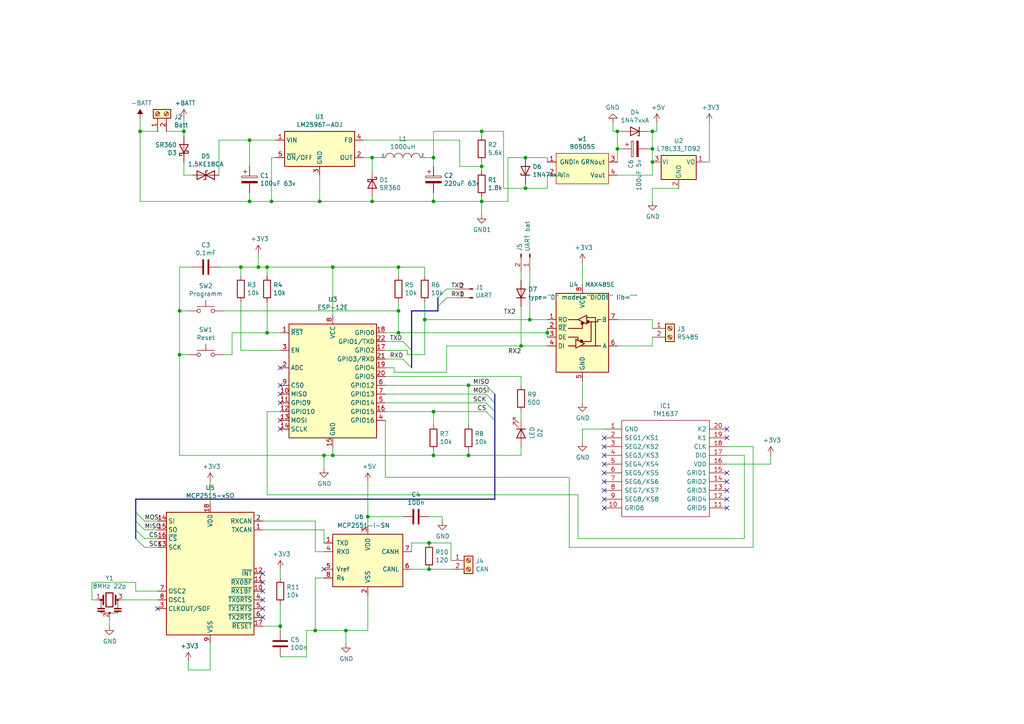
<source format=kicad_sch>
(kicad_sch (version 20211123) (generator eeschema)
  (paper "A4")
  (lib_symbols
    (symbol "Connector:Conn_01x02_Male" (pin_names (offset 1.016) hide)
      (property "Reference" "J" (at 0 2.54 0))
      (property "Value" "Conn_01x02_Male" (at 0 -5.08 0))
      (symbol "Conn_01x02_Male_1_1"
        (polyline (pts (xy 1.27 -2.54) (xy 0.8636 -2.54)) (stroke (width 0.1524)))
        (polyline (pts (xy 1.27 0) (xy 0.8636 0)) (stroke (width 0.1524)))
        (rectangle (start 0.8636 -2.413) (end 0 -2.667) (stroke (width 0.1524)) (fill (type outline)))
        (rectangle (start 0.8636 0.127) (end 0 -0.127) (stroke (width 0.1524)) (fill (type outline)))
        (pin passive line (at 5.08 0 180) (length 3.81) (name "Pin_1") (number "1"))
        (pin passive line (at 5.08 -2.54 180) (length 3.81) (name "Pin_2") (number "2"))
      )
    )
    (symbol "Connector:Screw_Terminal_01x02" (pin_names (offset 1.016) hide)
      (property "Reference" "J" (at 0 2.54 0))
      (property "Value" "Screw_Terminal_01x02" (at 0 -5.08 0))
      (symbol "Screw_Terminal_01x02_1_1"
        (rectangle (start -1.27 1.27) (end 1.27 -3.81) (stroke (width 0.254)) (fill (type background)))
        (circle (center 0 -2.54) (radius 0.635) (stroke (width 0.1524)))
        (polyline (pts (xy -0.5334 -2.2098) (xy 0.3302 -3.048)) (stroke (width 0.1524)))
        (polyline (pts (xy -0.5334 0.3302) (xy 0.3302 -0.508)) (stroke (width 0.1524)))
        (polyline (pts (xy -0.3556 -2.032) (xy 0.508 -2.8702)) (stroke (width 0.1524)))
        (polyline (pts (xy -0.3556 0.508) (xy 0.508 -0.3302)) (stroke (width 0.1524)))
        (circle (center 0 0) (radius 0.635) (stroke (width 0.1524)))
        (pin passive line (at -5.08 0 0) (length 3.81) (name "Pin_1") (number "1"))
        (pin passive line (at -5.08 -2.54 0) (length 3.81) (name "Pin_2") (number "2"))
      )
    )
    (symbol "Converter_DCDC:B0505S" (pin_names (offset 1.016))
      (property "Reference" "w1" (at 6.35 0 0))
      (property "Value" "B0505S" (at 0 0 0))
      (symbol "B0505S_0_1"
        (rectangle (start 7.62 -1.27) (end -7.62 -10.16) (fill (type background)))
      )
      (symbol "B0505S_1_1"
        (pin power_in line (at -10.16 -3.81 0) (length 2.54) (name "GNDin") (number "1"))
        (pin power_in line (at -10.16 -7.62 0) (length 2.54) (name "Vin") (number "2"))
        (pin power_out line (at 10.16 -3.81 180) (length 2.54) (name "GRNout") (number "3"))
        (pin power_out line (at 10.16 -7.62 180) (length 2.54) (name "Vout") (number "4"))
      )
    )
    (symbol "Device:C" (pin_numbers hide) (pin_names (offset 0.254))
      (property "Reference" "C" (at 0.635 2.54 0))
      (property "Value" "C" (at 0.635 -2.54 0))
      (symbol "C_0_1"
        (polyline (pts (xy -2.032 -0.762) (xy 2.032 -0.762)) (stroke (width 0.508)))
        (polyline (pts (xy -2.032 0.762) (xy 2.032 0.762)) (stroke (width 0.508)))
      )
      (symbol "C_1_1"
        (pin passive line (at 0 3.81 270) (length 2.794) (name "~") (number "1"))
        (pin passive line (at 0 -3.81 90) (length 2.794) (name "~") (number "2"))
      )
    )
    (symbol "Device:LED" (pin_numbers hide) (pin_names (offset 1.016) hide)
      (property "Reference" "D" (at 0 2.54 0))
      (property "Value" "LED" (at 0 -2.54 0))
      (symbol "LED_0_1"
        (polyline (pts (xy -1.27 -1.27) (xy -1.27 1.27)) (stroke (width 0.254)))
        (polyline (pts (xy -1.27 0) (xy 1.27 0)))
        (polyline (pts (xy 1.27 -1.27) (xy 1.27 1.27) (xy -1.27 0) (xy 1.27 -1.27)) (stroke (width 0.254)))
        (polyline (pts (xy -3.048 -0.762) (xy -4.572 -2.286) (xy -3.81 -2.286) (xy -4.572 -2.286) (xy -4.572 -1.524)))
        (polyline (pts (xy -1.778 -0.762) (xy -3.302 -2.286) (xy -2.54 -2.286) (xy -3.302 -2.286) (xy -3.302 -1.524)))
      )
      (symbol "LED_1_1"
        (pin passive line (at -3.81 0 0) (length 2.54) (name "K") (number "1"))
        (pin passive line (at 3.81 0 180) (length 2.54) (name "A") (number "2"))
      )
    )
    (symbol "Device:R" (pin_numbers hide) (pin_names (offset 0))
      (property "Reference" "R" (at 2.032 0 90))
      (property "Value" "R" (at 0 0 90))
      (symbol "R_0_1"
        (rectangle (start -1.016 -2.54) (end 1.016 2.54) (stroke (width 0.254)))
      )
      (symbol "R_1_1"
        (pin passive line (at 0 3.81 270) (length 1.27) (name "~") (number "1"))
        (pin passive line (at 0 -3.81 90) (length 1.27) (name "~") (number "2"))
      )
    )
    (symbol "Device:Resonator" (pin_names (offset 1.016) hide)
      (property "Reference" "Y" (at 0 5.715 0))
      (property "Value" "Resonator" (at 0 3.81 0))
      (symbol "Resonator_0_1"
        (rectangle (start -3.429 -3.175) (end -1.397 -3.429) (fill (type outline)))
        (rectangle (start -3.429 -2.413) (end -1.397 -2.667) (fill (type outline)))
        (circle (center -2.413 0) (radius 0.254) (fill (type outline)))
        (rectangle (start -1.016 2.032) (end 1.016 -2.032) (stroke (width 0.3048)))
        (circle (center 0 -3.81) (radius 0.254) (fill (type outline)))
        (polyline (pts (xy -2.413 -2.413) (xy -2.413 0)))
        (polyline (pts (xy -1.905 0) (xy -3.175 0)))
        (polyline (pts (xy -1.778 -1.27) (xy -1.778 1.27)) (stroke (width 0.508)))
        (polyline (pts (xy 1.778 -1.27) (xy 1.778 1.27)) (stroke (width 0.508)))
        (polyline (pts (xy 1.905 0) (xy 2.54 0)))
        (polyline (pts (xy 2.413 0) (xy 2.413 -2.54)))
        (polyline (pts (xy 2.413 -3.302) (xy 2.413 -3.81) (xy -2.413 -3.81) (xy -2.413 -3.302)))
        (rectangle (start 1.397 -3.175) (end 3.429 -3.429) (fill (type outline)))
        (rectangle (start 1.397 -2.413) (end 3.429 -2.667) (fill (type outline)))
        (circle (center 2.413 0) (radius 0.254) (fill (type outline)))
      )
      (symbol "Resonator_1_1"
        (pin passive line (at -3.81 0 0) (length 1.27) (name "1") (number "1"))
        (pin passive line (at 0 -5.08 90) (length 1.27) (name "2") (number "2"))
        (pin passive line (at 3.81 0 180) (length 1.27) (name "3") (number "3"))
      )
    )
    (symbol "Diode:1.5KExxCA" (pin_numbers hide) (pin_names (offset 1.016) hide)
      (property "Reference" "D" (at 0 2.54 0))
      (property "Value" "1.5KExxCA" (at 0 -2.54 0))
      (symbol "1.5KExxCA_0_1"
        (polyline (pts (xy 1.27 0) (xy -1.27 0)))
        (polyline (pts (xy -2.54 -1.27) (xy 0 0) (xy -2.54 1.27) (xy -2.54 -1.27)) (stroke (width 0.254)))
        (polyline (pts (xy 0.508 1.27) (xy 0 1.27) (xy 0 -1.27) (xy -0.508 -1.27)) (stroke (width 0.254)))
        (polyline (pts (xy 2.54 1.27) (xy 2.54 -1.27) (xy 0 0) (xy 2.54 1.27)) (stroke (width 0.254)))
      )
      (symbol "1.5KExxCA_1_1"
        (pin passive line (at -3.81 0 0) (length 2.54) (name "A1") (number "1"))
        (pin passive line (at 3.81 0 180) (length 2.54) (name "A2") (number "2"))
      )
    )
    (symbol "Diode:1N47xxA" (pin_numbers hide) (pin_names hide)
      (property "Reference" "D" (at 0 2.54 0))
      (property "Value" "1N47xxA" (at 0 -2.54 0))
      (symbol "1N47xxA_0_1"
        (polyline (pts (xy 1.27 0) (xy -1.27 0)))
        (polyline (pts (xy -1.27 -1.27) (xy -1.27 1.27) (xy -0.762 1.27)) (stroke (width 0.254)))
        (polyline (pts (xy 1.27 -1.27) (xy 1.27 1.27) (xy -1.27 0) (xy 1.27 -1.27)) (stroke (width 0.254)))
      )
      (symbol "1N47xxA_1_1"
        (pin passive line (at -3.81 0 0) (length 2.54) (name "K") (number "1"))
        (pin passive line (at 3.81 0 180) (length 2.54) (name "A") (number "2"))
      )
    )
    (symbol "Diode:1N5822" (pin_numbers hide) (pin_names (offset 1.016) hide)
      (property "Reference" "D" (at 0 2.54 0))
      (property "Value" "1N5822" (at 0 -2.54 0))
      (symbol "1N5822_0_1"
        (polyline (pts (xy 1.27 0) (xy -1.27 0)))
        (polyline (pts (xy 1.27 1.27) (xy 1.27 -1.27) (xy -1.27 0) (xy 1.27 1.27)) (stroke (width 0.254)))
        (polyline (pts (xy -1.905 0.635) (xy -1.905 1.27) (xy -1.27 1.27) (xy -1.27 -1.27) (xy -0.635 -1.27) (xy -0.635 -0.635)) (stroke (width 0.254)))
      )
      (symbol "1N5822_1_1"
        (pin passive line (at -3.81 0 0) (length 2.54) (name "K") (number "1"))
        (pin passive line (at 3.81 0 180) (length 2.54) (name "A") (number "2"))
      )
    )
    (symbol "Interface_CAN_LIN:MCP2515-xSO"
      (property "Reference" "U" (at -10.16 19.685 0))
      (property "Value" "MCP2515-xSO" (at 19.05 20.32 0))
      (symbol "MCP2515-xSO_0_1"
        (rectangle (start -12.7 17.78) (end 12.7 -17.78) (stroke (width 0.254)) (fill (type background)))
      )
      (symbol "MCP2515-xSO_1_1"
        (pin output line (at 15.24 12.7 180) (length 2.54) (name "TXCAN") (number "1"))
        (pin output line (at 15.24 -5.08 180) (length 2.54) (name "~{RX1BF}") (number "10"))
        (pin output line (at 15.24 -2.54 180) (length 2.54) (name "~{RX0BF}") (number "11"))
        (pin output line (at 15.24 0 180) (length 2.54) (name "~{INT}") (number "12"))
        (pin input line (at -15.24 7.62 0) (length 2.54) (name "SCK") (number "13"))
        (pin input line (at -15.24 15.24 0) (length 2.54) (name "SI") (number "14"))
        (pin output line (at -15.24 12.7 0) (length 2.54) (name "SO") (number "15"))
        (pin input line (at -15.24 10.16 0) (length 2.54) (name "~{CS}") (number "16"))
        (pin input line (at 15.24 -15.24 180) (length 2.54) (name "~{RESET}") (number "17"))
        (pin power_in line (at 0 20.32 270) (length 2.54) (name "VDD") (number "18"))
        (pin input line (at 15.24 15.24 180) (length 2.54) (name "RXCAN") (number "2"))
        (pin output line (at -15.24 -10.16 0) (length 2.54) (name "CLKOUT/SOF") (number "3"))
        (pin input line (at 15.24 -7.62 180) (length 2.54) (name "~{TX0RTS}") (number "4"))
        (pin input line (at 15.24 -10.16 180) (length 2.54) (name "~{TX1RTS}") (number "5"))
        (pin input line (at 15.24 -12.7 180) (length 2.54) (name "~{TX2RTS}") (number "6"))
        (pin output line (at -15.24 -5.08 0) (length 2.54) (name "OSC2") (number "7"))
        (pin input line (at -15.24 -7.62 0) (length 2.54) (name "OSC1") (number "8"))
        (pin power_in line (at 0 -20.32 90) (length 2.54) (name "VSS") (number "9"))
      )
    )
    (symbol "Interface_CAN_LIN:MCP2551-I-SN" (pin_names (offset 1.016))
      (property "Reference" "U" (at -10.16 8.89 0))
      (property "Value" "MCP2551-I-SN" (at 2.54 8.89 0))
      (symbol "MCP2551-I-SN_0_1"
        (rectangle (start -10.16 7.62) (end 10.16 -7.62) (stroke (width 0.254)) (fill (type background)))
      )
      (symbol "MCP2551-I-SN_1_1"
        (pin input line (at -12.7 5.08 0) (length 2.54) (name "TXD") (number "1"))
        (pin power_in line (at 0 -10.16 90) (length 2.54) (name "VSS") (number "2"))
        (pin power_in line (at 0 10.16 270) (length 2.54) (name "VDD") (number "3"))
        (pin output line (at -12.7 2.54 0) (length 2.54) (name "RXD") (number "4"))
        (pin power_out line (at -12.7 -2.54 0) (length 2.54) (name "Vref") (number "5"))
        (pin bidirectional line (at 12.7 -2.54 180) (length 2.54) (name "CANL") (number "6"))
        (pin bidirectional line (at 12.7 2.54 180) (length 2.54) (name "CANH") (number "7"))
        (pin input line (at -12.7 -5.08 0) (length 2.54) (name "Rs") (number "8"))
      )
    )
    (symbol "Interface_UART:MAX485E"
      (property "Reference" "U" (at -6.096 11.43 0))
      (property "Value" "MAX485E" (at 0.762 11.43 0))
      (symbol "MAX485E_0_1"
        (rectangle (start -7.62 10.16) (end 7.62 -12.7) (stroke (width 0.254)) (fill (type background)))
        (circle (center -0.3048 -3.683) (radius 0.3556) (stroke (width 0.254)) (fill (type outline)))
        (circle (center -0.0254 1.4986) (radius 0.3556) (stroke (width 0.254)) (fill (type outline)))
        (polyline (pts (xy -4.064 -5.08) (xy -1.905 -5.08)) (stroke (width 0.254)))
        (polyline (pts (xy -4.064 2.54) (xy -1.27 2.54)) (stroke (width 0.254)))
        (polyline (pts (xy -1.27 -3.2004) (xy -1.27 -3.4544)) (stroke (width 0.254)))
        (polyline (pts (xy -0.635 -5.08) (xy 5.334 -5.08)) (stroke (width 0.254)))
        (polyline (pts (xy -4.064 -2.54) (xy -1.27 -2.54) (xy -1.27 -3.175)) (stroke (width 0.254)))
        (polyline (pts (xy 0 1.27) (xy 0 0) (xy -4.064 0)) (stroke (width 0.254)))
        (polyline (pts (xy 1.27 3.175) (xy 3.81 3.175) (xy 3.81 -5.08)) (stroke (width 0.254)))
        (polyline (pts (xy 2.54 1.905) (xy 2.54 -3.81) (xy 0 -3.81)) (stroke (width 0.254)))
        (polyline (pts (xy -1.905 -3.175) (xy -1.905 -5.715) (xy 0.635 -4.445) (xy -1.905 -3.175)) (stroke (width 0.254)))
        (polyline (pts (xy -1.27 2.54) (xy 1.27 3.81) (xy 1.27 1.27) (xy -1.27 2.54)) (stroke (width 0.254)))
        (polyline (pts (xy 1.905 1.905) (xy 4.445 1.905) (xy 4.445 2.54) (xy 5.334 2.54)) (stroke (width 0.254)))
        (rectangle (start 1.27 3.175) (end 1.27 3.175))
        (circle (center 1.651 1.905) (radius 0.3556) (stroke (width 0.254)) (fill (type outline)))
      )
      (symbol "MAX485E_1_1"
        (pin output line (at -10.16 2.54 0) (length 2.54) (name "RO") (number "1"))
        (pin input line (at -10.16 0 0) (length 2.54) (name "~{RE}") (number "2"))
        (pin input line (at -10.16 -2.54 0) (length 2.54) (name "DE") (number "3"))
        (pin input line (at -10.16 -5.08 0) (length 2.54) (name "DI") (number "4"))
        (pin power_in line (at 0 -15.24 90) (length 2.54) (name "GND") (number "5"))
        (pin bidirectional line (at 10.16 -5.08 180) (length 2.54) (name "A") (number "6"))
        (pin bidirectional line (at 10.16 2.54 180) (length 2.54) (name "B") (number "7"))
        (pin power_in line (at 0 12.7 270) (length 2.54) (name "VCC") (number "8"))
      )
    )
    (symbol "RF_Module:ESP-12E"
      (property "Reference" "U" (at -12.7 19.05 0))
      (property "Value" "ESP-12E" (at 12.7 19.05 0))
      (symbol "ESP-12E_0_1"
        (rectangle (start -12.7 17.78) (end 12.7 -15.24) (stroke (width 0.254)) (fill (type background)))
      )
      (symbol "ESP-12E_1_1"
        (pin input line (at -15.24 15.24 0) (length 2.54) (name "~{RST}") (number "1"))
        (pin bidirectional line (at -15.24 -2.54 0) (length 2.54) (name "MISO") (number "10"))
        (pin bidirectional line (at -15.24 -5.08 0) (length 2.54) (name "GPIO9") (number "11"))
        (pin bidirectional line (at -15.24 -7.62 0) (length 2.54) (name "GPIO10") (number "12"))
        (pin bidirectional line (at -15.24 -10.16 0) (length 2.54) (name "MOSI") (number "13"))
        (pin bidirectional line (at -15.24 -12.7 0) (length 2.54) (name "SCLK") (number "14"))
        (pin power_in line (at 0 -17.78 90) (length 2.54) (name "GND") (number "15"))
        (pin bidirectional line (at 15.24 -7.62 180) (length 2.54) (name "GPIO15") (number "16"))
        (pin bidirectional line (at 15.24 10.16 180) (length 2.54) (name "GPIO2") (number "17"))
        (pin bidirectional line (at 15.24 15.24 180) (length 2.54) (name "GPIO0") (number "18"))
        (pin bidirectional line (at 15.24 5.08 180) (length 2.54) (name "GPIO4") (number "19"))
        (pin input line (at -15.24 5.08 0) (length 2.54) (name "ADC") (number "2"))
        (pin bidirectional line (at 15.24 2.54 180) (length 2.54) (name "GPIO5") (number "20"))
        (pin bidirectional line (at 15.24 7.62 180) (length 2.54) (name "GPIO3/RXD") (number "21"))
        (pin bidirectional line (at 15.24 12.7 180) (length 2.54) (name "GPIO1/TXD") (number "22"))
        (pin input line (at -15.24 10.16 0) (length 2.54) (name "EN") (number "3"))
        (pin bidirectional line (at 15.24 -10.16 180) (length 2.54) (name "GPIO16") (number "4"))
        (pin bidirectional line (at 15.24 -5.08 180) (length 2.54) (name "GPIO14") (number "5"))
        (pin bidirectional line (at 15.24 0 180) (length 2.54) (name "GPIO12") (number "6"))
        (pin bidirectional line (at 15.24 -2.54 180) (length 2.54) (name "GPIO13") (number "7"))
        (pin power_in line (at 0 20.32 270) (length 2.54) (name "VCC") (number "8"))
        (pin input line (at -15.24 0 0) (length 2.54) (name "CS0") (number "9"))
      )
    )
    (symbol "Regulator_Linear:L78L33_TO92" (pin_names (offset 0.254))
      (property "Reference" "U" (at -3.81 3.175 0))
      (property "Value" "L78L33_TO92" (at 0 3.175 0))
      (symbol "L78L33_TO92_0_1"
        (rectangle (start -5.08 -5.08) (end 5.08 1.905) (stroke (width 0.254)) (fill (type background)))
      )
      (symbol "L78L33_TO92_1_1"
        (pin power_out line (at 7.62 0 180) (length 2.54) (name "VO") (number "1"))
        (pin power_in line (at 0 -7.62 90) (length 2.54) (name "GND") (number "2"))
        (pin power_in line (at -7.62 0 0) (length 2.54) (name "VI") (number "3"))
      )
    )
    (symbol "Regulator_Switching:LM2596T-ADJ"
      (property "Reference" "U" (at -10.16 6.35 0))
      (property "Value" "LM2596T-ADJ" (at 0 6.35 0))
      (symbol "LM2596T-ADJ_0_1"
        (rectangle (start -10.16 5.08) (end 10.16 -5.08) (stroke (width 0.254)) (fill (type background)))
      )
      (symbol "LM2596T-ADJ_1_1"
        (pin power_in line (at -12.7 2.54 0) (length 2.54) (name "VIN") (number "1"))
        (pin output line (at 12.7 -2.54 180) (length 2.54) (name "OUT") (number "2"))
        (pin power_in line (at 0 -7.62 90) (length 2.54) (name "GND") (number "3"))
        (pin input line (at 12.7 2.54 180) (length 2.54) (name "FB") (number "4"))
        (pin input line (at -12.7 -2.54 0) (length 2.54) (name "~{ON}/OFF") (number "5"))
      )
    )
    (symbol "Simulation_SPICE:DIODE" (pin_numbers hide) (pin_names (offset 1.016) hide)
      (property "Reference" "D" (at 0 2.54 0))
      (property "Value" "DIODE" (at 0 -2.54 0))
      (symbol "DIODE_0_1"
        (polyline (pts (xy 1.27 0) (xy -1.27 0)))
        (polyline (pts (xy 1.27 1.27) (xy 1.27 -1.27)) (stroke (width 0.254)))
        (polyline (pts (xy -1.27 -1.27) (xy -1.27 1.27) (xy 1.27 0) (xy -1.27 -1.27)) (stroke (width 0.254)))
      )
      (symbol "DIODE_1_1"
        (pin passive line (at -3.81 0 0) (length 2.54) (name "A") (number "1"))
        (pin passive line (at 3.81 0 180) (length 2.54) (name "K") (number "2"))
      )
    )
    (symbol "Switch:SW_MEC_5G" (pin_numbers hide) (pin_names (offset 1.016) hide)
      (property "Reference" "SW" (at 1.27 2.54 0))
      (property "Value" "SW_MEC_5G" (at 0 -1.524 0))
      (symbol "SW_MEC_5G_0_1"
        (circle (center -2.032 0) (radius 0.508))
        (polyline (pts (xy 0 1.27) (xy 0 3.048)))
        (polyline (pts (xy 2.54 1.27) (xy -2.54 1.27)))
        (circle (center 2.032 0) (radius 0.508))
        (pin passive line (at -5.08 0 0) (length 2.54) (name "A") (number "1"))
        (pin passive line (at 5.08 0 180) (length 2.54) (name "B") (number "3"))
      )
      (symbol "SW_MEC_5G_1_1"
        (pin passive line (at -5.08 0 0) (length 2.54) hide (name "A") (number "2"))
        (pin passive line (at 5.08 0 180) (length 2.54) hide (name "B") (number "4"))
      )
    )
    (symbol "TM1637:TM1637" (pin_names (offset 0.762))
      (property "Reference" "IC" (at 31.75 7.62 0))
      (property "Value" "TM1637" (at 31.75 5.08 0))
      (symbol "TM1637_0_0"
        (pin passive line (at 0 0 0) (length 5.08) (name "GND") (number "1"))
        (pin passive line (at 0 -22.86 0) (length 5.08) (name "GRID6") (number "10"))
        (pin passive line (at 35.56 -22.86 180) (length 5.08) (name "GRID5") (number "11"))
        (pin passive line (at 35.56 -20.32 180) (length 5.08) (name "GRID4") (number "12"))
        (pin passive line (at 35.56 -17.78 180) (length 5.08) (name "GRID3") (number "13"))
        (pin passive line (at 35.56 -15.24 180) (length 5.08) (name "GRID2") (number "14"))
        (pin passive line (at 35.56 -12.7 180) (length 5.08) (name "GRID1") (number "15"))
        (pin passive line (at 35.56 -10.16 180) (length 5.08) (name "VDD") (number "16"))
        (pin passive line (at 35.56 -7.62 180) (length 5.08) (name "DIO") (number "17"))
        (pin passive line (at 35.56 -5.08 180) (length 5.08) (name "CLK") (number "18"))
        (pin passive line (at 35.56 -2.54 180) (length 5.08) (name "K1") (number "19"))
        (pin passive line (at 0 -2.54 0) (length 5.08) (name "SEG1/KS1") (number "2"))
        (pin passive line (at 35.56 0 180) (length 5.08) (name "K2") (number "20"))
        (pin passive line (at 0 -5.08 0) (length 5.08) (name "SEG2/KS2") (number "3"))
        (pin passive line (at 0 -7.62 0) (length 5.08) (name "SEG3/KS3") (number "4"))
        (pin passive line (at 0 -10.16 0) (length 5.08) (name "SEG4/KS4") (number "5"))
        (pin passive line (at 0 -12.7 0) (length 5.08) (name "SEG5/KS5") (number "6"))
        (pin passive line (at 0 -15.24 0) (length 5.08) (name "SEG6/KS6") (number "7"))
        (pin passive line (at 0 -17.78 0) (length 5.08) (name "SEG7/KS7") (number "8"))
        (pin passive line (at 0 -20.32 0) (length 5.08) (name "SEG8/KS8") (number "9"))
      )
      (symbol "TM1637_0_1"
        (polyline (pts (xy 5.08 2.54) (xy 30.48 2.54) (xy 30.48 -25.4) (xy 5.08 -25.4) (xy 5.08 2.54)) (stroke (width 0.1524)))
      )
    )
    (symbol "communication_brain-rescue:+3.3V-power" (power) (pin_names (offset 0))
      (property "Value" "+3.3V-power" (at 0 3.556 0))
      (symbol "+3.3V-power_0_1"
        (polyline (pts (xy -0.762 1.27) (xy 0 2.54)))
        (polyline (pts (xy 0 0) (xy 0 2.54)))
        (polyline (pts (xy 0 2.54) (xy 0.762 1.27)))
      )
      (symbol "+3.3V-power_1_1"
        (pin power_in line (at 0 0 90) (length 0) hide (name "+3V3") (number "1"))
      )
    )
    (symbol "communication_brain-rescue:CP-Device" (pin_numbers hide) (pin_names (offset 0.254))
      (property "Reference" "C" (at 0.635 2.54 0))
      (property "Value" "CP-Device" (at 0.635 -2.54 0))
      (symbol "CP-Device_0_1"
        (rectangle (start -2.286 0.508) (end 2.286 1.016))
        (polyline (pts (xy -1.778 2.286) (xy -0.762 2.286)))
        (polyline (pts (xy -1.27 2.794) (xy -1.27 1.778)))
        (rectangle (start 2.286 -0.508) (end -2.286 -1.016) (fill (type outline)))
      )
      (symbol "CP-Device_1_1"
        (pin passive line (at 0 3.81 270) (length 2.794) (name "~") (number "1"))
        (pin passive line (at 0 -3.81 90) (length 2.794) (name "~") (number "2"))
      )
    )
    (symbol "power:+5V" (power) (pin_names (offset 0))
      (property "Value" "+5V" (at 0 3.556 0))
      (symbol "+5V_0_1"
        (polyline (pts (xy -0.762 1.27) (xy 0 2.54)))
        (polyline (pts (xy 0 0) (xy 0 2.54)))
        (polyline (pts (xy 0 2.54) (xy 0.762 1.27)))
      )
      (symbol "+5V_1_1"
        (pin power_in line (at 0 0 90) (length 0) hide (name "+5V") (number "1"))
      )
    )
    (symbol "power:+BATT" (power) (pin_names (offset 0))
      (property "Value" "+BATT" (at 0 3.556 0))
      (symbol "+BATT_0_1"
        (polyline (pts (xy -0.762 1.27) (xy 0 2.54)))
        (polyline (pts (xy 0 0) (xy 0 2.54)))
        (polyline (pts (xy 0 2.54) (xy 0.762 1.27)))
      )
      (symbol "+BATT_1_1"
        (pin power_in line (at 0 0 90) (length 0) hide (name "+BATT") (number "1"))
      )
    )
    (symbol "power:-BATT" (power) (pin_names (offset 0))
      (property "Value" "-BATT" (at 0 3.556 0))
      (symbol "-BATT_0_1"
        (polyline (pts (xy 0 0) (xy 0 2.54)))
        (polyline (pts (xy 0.762 1.27) (xy -0.762 1.27) (xy 0 2.54) (xy 0.762 1.27)) (fill (type outline)))
      )
      (symbol "-BATT_1_1"
        (pin power_in line (at 0 0 90) (length 0) hide (name "-BATT") (number "1"))
      )
    )
    (symbol "power:GND" (power) (pin_names (offset 0))
      (property "Value" "GND" (at 0 -3.81 0))
      (symbol "GND_0_1"
        (polyline (pts (xy 0 0) (xy 0 -1.27) (xy 1.27 -1.27) (xy 0 -2.54) (xy -1.27 -1.27) (xy 0 -1.27)))
      )
      (symbol "GND_1_1"
        (pin power_in line (at 0 0 270) (length 0) hide (name "GND") (number "1"))
      )
    )
    (symbol "power:GND1" (power) (pin_names (offset 0))
      (property "Value" "GND1" (at 0 -3.81 0))
      (symbol "GND1_0_1"
        (polyline (pts (xy 0 0) (xy 0 -1.27) (xy 1.27 -1.27) (xy 0 -2.54) (xy -1.27 -1.27) (xy 0 -1.27)))
      )
      (symbol "GND1_1_1"
        (pin power_in line (at 0 0 270) (length 0) hide (name "GND1") (number "1"))
      )
    )
    (symbol "pspice:INDUCTOR" (pin_numbers hide) (pin_names (offset 0))
      (property "Reference" "L" (at 0 2.54 0))
      (property "Value" "INDUCTOR" (at 0 -1.27 0))
      (symbol "INDUCTOR_0_1"
        (arc (start -2.54 0) (mid -3.81 1.27) (end -5.08 0))
        (arc (start 0 0) (mid -1.27 1.27) (end -2.54 0))
        (arc (start 2.54 0) (mid 1.27 1.27) (end 0 0))
        (arc (start 5.08 0) (mid 3.81 1.27) (end 2.54 0))
      )
      (symbol "INDUCTOR_1_1"
        (pin input line (at -6.35 0 0) (length 1.27) (name "1") (number "1"))
        (pin input line (at 6.35 0 180) (length 1.27) (name "2") (number "2"))
      )
    )
  )
  (junction (at 179.07 43.18))
  (junction (at 107.95 45.72))
  (junction (at 106.68 149.86))
  (junction (at 78.74 58.42))
  (junction (at 96.52 132.08))
  (junction (at 125.73 58.42))
  (junction (at 179.07 38.1))
  (junction (at 125.73 45.72))
  (junction (at 91.44 182.88))
  (junction (at 139.7 58.42))
  (junction (at 123.19 92.71))
  (junction (at 107.95 58.42))
  (junction (at 100.33 182.88))
  (junction (at 72.39 40.64))
  (junction (at 151.13 100.33))
  (junction (at 135.89 111.76))
  (junction (at 125.73 132.08))
  (junction (at 189.23 46.99))
  (junction (at 158.75 96.52))
  (junction (at 81.28 181.61))
  (junction (at 139.7 38.1))
  (junction (at 189.23 38.1))
  (junction (at 40.64 38.1))
  (junction (at 93.98 132.08))
  (junction (at 52.07 102.87))
  (junction (at 77.47 96.52))
  (junction (at 115.57 77.47))
  (junction (at 96.52 77.47))
  (junction (at 189.23 43.18))
  (junction (at 77.47 77.47))
  (junction (at 115.57 90.17))
  (junction (at 52.07 90.17))
  (junction (at 124.46 165.1))
  (junction (at 152.4 54.61))
  (junction (at 72.39 58.42))
  (junction (at 74.93 77.47))
  (junction (at 153.67 92.71))
  (junction (at 135.89 132.08))
  (junction (at 124.46 157.48))
  (junction (at 69.85 77.47))
  (junction (at 92.71 58.42))
  (junction (at 152.4 45.72))
  (junction (at 115.57 96.52))
  (junction (at 139.7 48.26))
  (junction (at 125.73 119.38))
  (junction (at 53.34 38.1))
  (no_connect (at 175.26 127))
  (no_connect (at 210.82 139.7))
  (no_connect (at 93.98 165.1))
  (no_connect (at 210.82 144.78))
  (no_connect (at 76.2 166.37))
  (no_connect (at 175.26 139.7))
  (no_connect (at 81.28 116.84))
  (no_connect (at 210.82 124.46))
  (no_connect (at 175.26 142.24))
  (no_connect (at 81.28 121.92))
  (no_connect (at 81.28 114.3))
  (no_connect (at 175.26 147.32))
  (no_connect (at 175.26 132.08))
  (no_connect (at 76.2 179.07))
  (no_connect (at 175.26 137.16))
  (no_connect (at 76.2 176.53))
  (no_connect (at 175.26 144.78))
  (no_connect (at 76.2 173.99))
  (no_connect (at 175.26 134.62))
  (no_connect (at 210.82 137.16))
  (no_connect (at 175.26 129.54))
  (no_connect (at 210.82 142.24))
  (no_connect (at 76.2 171.45))
  (no_connect (at 81.28 106.68))
  (no_connect (at 210.82 147.32))
  (no_connect (at 81.28 124.46))
  (no_connect (at 45.72 176.53))
  (no_connect (at 76.2 168.91))
  (no_connect (at 81.28 111.76))
  (no_connect (at 210.82 127))
  (bus_entry (at 140.97 116.84) (size 2.54 2.54))
  (bus_entry (at 129.54 83.82) (size -2.54 2.54))
  (bus_entry (at 140.97 114.3) (size 2.54 2.54))
  (bus_entry (at 127 88.9) (size 2.54 -2.54))
  (bus_entry (at 140.97 119.38) (size 2.54 2.54))
  (bus_entry (at 116.84 104.14) (size 2.54 2.54))
  (bus_entry (at 140.97 111.76) (size 2.54 2.54))
  (bus_entry (at 41.91 156.21) (size -2.54 -2.54))
  (bus_entry (at 41.91 153.67) (size -2.54 -2.54))
  (bus_entry (at 116.84 99.06) (size 2.54 2.54))
  (bus_entry (at 41.91 158.75) (size -2.54 -2.54))
  (bus_entry (at 41.91 151.13) (size -2.54 -2.54))
  (wire (pts (xy 72.39 58.42) (xy 78.74 58.42)))
  (wire (pts (xy 146.05 38.1) (xy 146.05 54.61)))
  (wire (pts (xy 67.31 96.52) (xy 67.31 102.87)))
  (wire (pts (xy 139.7 38.1) (xy 139.7 39.37)))
  (wire (pts (xy 111.76 121.92) (xy 111.76 138.43)))
  (wire (pts (xy 179.07 38.1) (xy 180.34 38.1)))
  (wire (pts (xy 80.01 45.72) (xy 78.74 45.72)))
  (wire (pts (xy 106.68 172.72) (xy 106.68 182.88)))
  (wire (pts (xy 175.26 124.46) (xy 168.91 124.46)))
  (wire (pts (xy 132.08 86.36) (xy 129.54 86.36)))
  (wire (pts (xy 54.61 90.17) (xy 52.07 90.17)))
  (wire (pts (xy 96.52 77.47) (xy 77.47 77.47)))
  (wire (pts (xy 69.85 101.6) (xy 81.28 101.6)))
  (wire (pts (xy 48.26 38.1) (xy 53.34 38.1)))
  (wire (pts (xy 72.39 55.88) (xy 72.39 58.42)))
  (wire (pts (xy 140.97 116.84) (xy 111.76 116.84)))
  (wire (pts (xy 189.23 38.1) (xy 187.96 38.1)))
  (wire (pts (xy 139.7 58.42) (xy 147.32 58.42)))
  (wire (pts (xy 40.64 58.42) (xy 72.39 58.42)))
  (wire (pts (xy 111.76 99.06) (xy 116.84 99.06)))
  (wire (pts (xy 111.76 114.3) (xy 140.97 114.3)))
  (wire (pts (xy 115.57 77.47) (xy 96.52 77.47)))
  (wire (pts (xy 100.33 182.88) (xy 106.68 182.88)))
  (wire (pts (xy 100.33 186.69) (xy 100.33 182.88)))
  (wire (pts (xy 187.96 43.18) (xy 189.23 43.18)))
  (wire (pts (xy 123.19 77.47) (xy 115.57 77.47)))
  (wire (pts (xy 53.34 34.29) (xy 53.34 38.1)))
  (wire (pts (xy 125.73 130.81) (xy 125.73 132.08)))
  (wire (pts (xy 115.57 90.17) (xy 115.57 87.63)))
  (wire (pts (xy 130.81 157.48) (xy 130.81 162.56)))
  (wire (pts (xy 52.07 90.17) (xy 52.07 102.87)))
  (wire (pts (xy 92.71 58.42) (xy 92.71 50.8)))
  (wire (pts (xy 77.47 77.47) (xy 74.93 77.47)))
  (wire (pts (xy 128.27 149.86) (xy 128.27 151.13)))
  (wire (pts (xy 114.3 107.95) (xy 114.3 106.68)))
  (wire (pts (xy 53.34 46.99) (xy 53.34 50.8)))
  (wire (pts (xy 152.4 53.34) (xy 152.4 54.61)))
  (wire (pts (xy 81.28 167.64) (xy 81.28 165.1)))
  (wire (pts (xy 124.46 157.48) (xy 130.81 157.48)))
  (wire (pts (xy 69.85 87.63) (xy 69.85 101.6)))
  (wire (pts (xy 31.75 181.61) (xy 31.75 179.07)))
  (bus (pts (xy 143.51 121.92) (xy 143.51 144.78)))
  (wire (pts (xy 111.76 109.22) (xy 151.13 109.22)))
  (wire (pts (xy 115.57 80.01) (xy 115.57 77.47)))
  (wire (pts (xy 106.68 149.86) (xy 106.68 139.7)))
  (wire (pts (xy 151.13 88.9) (xy 151.13 100.33)))
  (wire (pts (xy 111.76 101.6) (xy 118.11 101.6)))
  (wire (pts (xy 45.72 171.45) (xy 39.37 171.45)))
  (wire (pts (xy 92.71 58.42) (xy 107.95 58.42)))
  (wire (pts (xy 210.82 134.62) (xy 223.52 134.62)))
  (bus (pts (xy 119.38 90.17) (xy 119.38 101.6)))
  (wire (pts (xy 77.47 119.38) (xy 77.47 143.51)))
  (wire (pts (xy 52.07 102.87) (xy 54.61 102.87)))
  (wire (pts (xy 179.07 50.8) (xy 189.23 50.8)))
  (wire (pts (xy 63.5 77.47) (xy 69.85 77.47)))
  (wire (pts (xy 76.2 153.67) (xy 93.98 153.67)))
  (wire (pts (xy 189.23 46.99) (xy 189.23 43.18)))
  (wire (pts (xy 123.19 92.71) (xy 123.19 102.87)))
  (wire (pts (xy 81.28 119.38) (xy 77.47 119.38)))
  (wire (pts (xy 189.23 50.8) (xy 189.23 46.99)))
  (wire (pts (xy 105.41 45.72) (xy 107.95 45.72)))
  (wire (pts (xy 158.75 95.25) (xy 158.75 96.52)))
  (wire (pts (xy 139.7 48.26) (xy 139.7 49.53)))
  (wire (pts (xy 151.13 81.28) (xy 151.13 78.74)))
  (wire (pts (xy 124.46 149.86) (xy 128.27 149.86)))
  (bus (pts (xy 143.51 119.38) (xy 143.51 121.92)))
  (wire (pts (xy 168.91 124.46) (xy 168.91 128.27)))
  (wire (pts (xy 26.67 173.99) (xy 27.94 173.99)))
  (wire (pts (xy 115.57 96.52) (xy 115.57 90.17)))
  (wire (pts (xy 111.76 96.52) (xy 115.57 96.52)))
  (wire (pts (xy 52.07 132.08) (xy 52.07 102.87)))
  (wire (pts (xy 147.32 45.72) (xy 147.32 58.42)))
  (wire (pts (xy 88.9 182.88) (xy 91.44 182.88)))
  (wire (pts (xy 81.28 190.5) (xy 88.9 190.5)))
  (wire (pts (xy 189.23 54.61) (xy 189.23 58.42)))
  (wire (pts (xy 146.05 54.61) (xy 152.4 54.61)))
  (wire (pts (xy 167.64 156.21) (xy 215.9 156.21)))
  (wire (pts (xy 60.96 194.31) (xy 54.61 194.31)))
  (bus (pts (xy 119.38 101.6) (xy 119.38 106.68)))
  (wire (pts (xy 179.07 46.99) (xy 179.07 43.18)))
  (wire (pts (xy 139.7 62.23) (xy 139.7 58.42)))
  (wire (pts (xy 78.74 45.72) (xy 78.74 58.42)))
  (wire (pts (xy 153.67 78.74) (xy 153.67 92.71)))
  (wire (pts (xy 115.57 96.52) (xy 158.75 96.52)))
  (wire (pts (xy 151.13 100.33) (xy 158.75 100.33)))
  (wire (pts (xy 81.28 175.26) (xy 81.28 181.61)))
  (wire (pts (xy 67.31 96.52) (xy 77.47 96.52)))
  (wire (pts (xy 67.31 102.87) (xy 64.77 102.87)))
  (wire (pts (xy 91.44 167.64) (xy 91.44 182.88)))
  (wire (pts (xy 55.88 50.8) (xy 53.34 50.8)))
  (wire (pts (xy 151.13 132.08) (xy 151.13 129.54)))
  (wire (pts (xy 165.1 158.75) (xy 218.44 158.75)))
  (wire (pts (xy 93.98 135.89) (xy 93.98 132.08)))
  (wire (pts (xy 215.9 156.21) (xy 215.9 132.08)))
  (bus (pts (xy 119.38 90.17) (xy 127 90.17)))
  (wire (pts (xy 133.35 40.64) (xy 133.35 48.26)))
  (wire (pts (xy 111.76 104.14) (xy 116.84 104.14)))
  (wire (pts (xy 96.52 132.08) (xy 96.52 129.54)))
  (wire (pts (xy 119.38 160.02) (xy 119.38 157.48)))
  (wire (pts (xy 189.23 92.71) (xy 179.07 92.71)))
  (wire (pts (xy 165.1 138.43) (xy 165.1 158.75)))
  (wire (pts (xy 158.75 50.8) (xy 158.75 54.61)))
  (wire (pts (xy 189.23 38.1) (xy 189.23 43.18)))
  (wire (pts (xy 52.07 132.08) (xy 93.98 132.08)))
  (wire (pts (xy 114.3 106.68) (xy 111.76 106.68)))
  (wire (pts (xy 106.68 152.4) (xy 106.68 149.86)))
  (wire (pts (xy 168.91 110.49) (xy 168.91 116.84)))
  (wire (pts (xy 54.61 194.31) (xy 54.61 191.77)))
  (bus (pts (xy 127 86.36) (xy 127 88.9)))
  (wire (pts (xy 125.73 119.38) (xy 125.73 123.19)))
  (wire (pts (xy 125.73 119.38) (xy 111.76 119.38)))
  (bus (pts (xy 39.37 153.67) (xy 39.37 156.21)))
  (wire (pts (xy 129.54 100.33) (xy 151.13 100.33)))
  (wire (pts (xy 129.54 107.95) (xy 114.3 107.95)))
  (wire (pts (xy 107.95 45.72) (xy 110.49 45.72)))
  (wire (pts (xy 153.67 92.71) (xy 158.75 92.71)))
  (wire (pts (xy 39.37 168.91) (xy 26.67 168.91)))
  (wire (pts (xy 105.41 40.64) (xy 133.35 40.64)))
  (wire (pts (xy 223.52 134.62) (xy 223.52 132.08)))
  (wire (pts (xy 93.98 157.48) (xy 93.98 153.67)))
  (wire (pts (xy 129.54 100.33) (xy 129.54 107.95)))
  (wire (pts (xy 125.73 58.42) (xy 139.7 58.42)))
  (wire (pts (xy 107.95 58.42) (xy 125.73 58.42)))
  (wire (pts (xy 64.77 90.17) (xy 115.57 90.17)))
  (wire (pts (xy 74.93 77.47) (xy 74.93 73.66)))
  (wire (pts (xy 133.35 48.26) (xy 139.7 48.26)))
  (bus (pts (xy 39.37 148.59) (xy 39.37 151.13)))
  (wire (pts (xy 107.95 57.15) (xy 107.95 58.42)))
  (wire (pts (xy 123.19 77.47) (xy 123.19 80.01)))
  (wire (pts (xy 81.28 181.61) (xy 76.2 181.61)))
  (wire (pts (xy 78.74 58.42) (xy 92.71 58.42)))
  (wire (pts (xy 60.96 139.7) (xy 60.96 146.05)))
  (wire (pts (xy 116.84 149.86) (xy 106.68 149.86)))
  (wire (pts (xy 91.44 160.02) (xy 91.44 151.13)))
  (wire (pts (xy 152.4 45.72) (xy 158.75 45.72)))
  (wire (pts (xy 26.67 168.91) (xy 26.67 173.99)))
  (wire (pts (xy 132.08 83.82) (xy 129.54 83.82)))
  (wire (pts (xy 45.72 158.75) (xy 41.91 158.75)))
  (wire (pts (xy 118.11 101.6) (xy 118.11 102.87)))
  (wire (pts (xy 180.34 43.18) (xy 179.07 43.18)))
  (wire (pts (xy 77.47 143.51) (xy 167.64 143.51)))
  (wire (pts (xy 158.75 45.72) (xy 158.75 46.99)))
  (wire (pts (xy 125.73 58.42) (xy 125.73 55.88)))
  (wire (pts (xy 135.89 111.76) (xy 135.89 123.19)))
  (wire (pts (xy 125.73 38.1) (xy 139.7 38.1)))
  (wire (pts (xy 55.88 77.47) (xy 52.07 77.47)))
  (wire (pts (xy 152.4 54.61) (xy 158.75 54.61)))
  (bus (pts (xy 143.51 116.84) (xy 143.51 119.38)))
  (wire (pts (xy 125.73 132.08) (xy 135.89 132.08)))
  (wire (pts (xy 53.34 38.1) (xy 53.34 39.37)))
  (wire (pts (xy 107.95 49.53) (xy 107.95 45.72)))
  (wire (pts (xy 167.64 143.51) (xy 167.64 156.21)))
  (wire (pts (xy 81.28 181.61) (xy 81.28 182.88)))
  (wire (pts (xy 39.37 171.45) (xy 39.37 168.91)))
  (wire (pts (xy 118.11 102.87) (xy 123.19 102.87)))
  (wire (pts (xy 125.73 45.72) (xy 125.73 38.1)))
  (wire (pts (xy 119.38 157.48) (xy 124.46 157.48)))
  (wire (pts (xy 139.7 38.1) (xy 146.05 38.1)))
  (wire (pts (xy 123.19 92.71) (xy 153.67 92.71)))
  (wire (pts (xy 204.47 46.99) (xy 205.74 46.99)))
  (wire (pts (xy 77.47 87.63) (xy 77.47 96.52)))
  (wire (pts (xy 88.9 190.5) (xy 88.9 182.88)))
  (wire (pts (xy 151.13 121.92) (xy 151.13 119.38)))
  (bus (pts (xy 39.37 151.13) (xy 39.37 153.67)))
  (wire (pts (xy 189.23 97.79) (xy 189.23 100.33)))
  (wire (pts (xy 45.72 156.21) (xy 41.91 156.21)))
  (wire (pts (xy 93.98 132.08) (xy 96.52 132.08)))
  (wire (pts (xy 205.74 46.99) (xy 205.74 35.56)))
  (wire (pts (xy 135.89 132.08) (xy 135.89 130.81)))
  (wire (pts (xy 72.39 40.64) (xy 80.01 40.64)))
  (bus (pts (xy 39.37 144.78) (xy 39.37 148.59)))
  (wire (pts (xy 45.72 151.13) (xy 41.91 151.13)))
  (wire (pts (xy 177.8 38.1) (xy 177.8 35.56)))
  (wire (pts (xy 139.7 48.26) (xy 139.7 46.99)))
  (wire (pts (xy 124.46 165.1) (xy 130.81 165.1)))
  (wire (pts (xy 93.98 167.64) (xy 91.44 167.64)))
  (wire (pts (xy 179.07 38.1) (xy 177.8 38.1)))
  (wire (pts (xy 60.96 186.69) (xy 60.96 194.31)))
  (wire (pts (xy 125.73 119.38) (xy 140.97 119.38)))
  (wire (pts (xy 35.56 173.99) (xy 45.72 173.99)))
  (wire (pts (xy 135.89 111.76) (xy 140.97 111.76)))
  (wire (pts (xy 63.5 40.64) (xy 63.5 50.8)))
  (wire (pts (xy 218.44 129.54) (xy 210.82 129.54)))
  (wire (pts (xy 40.64 34.29) (xy 40.64 38.1)))
  (wire (pts (xy 40.64 38.1) (xy 40.64 58.42)))
  (bus (pts (xy 127 88.9) (xy 127 90.17)))
  (wire (pts (xy 111.76 138.43) (xy 165.1 138.43)))
  (wire (pts (xy 77.47 80.01) (xy 77.47 77.47)))
  (wire (pts (xy 119.38 165.1) (xy 124.46 165.1)))
  (wire (pts (xy 125.73 48.26) (xy 125.73 45.72)))
  (wire (pts (xy 168.91 82.55) (xy 168.91 76.2)))
  (wire (pts (xy 135.89 132.08) (xy 151.13 132.08)))
  (wire (pts (xy 218.44 158.75) (xy 218.44 129.54)))
  (wire (pts (xy 76.2 151.13) (xy 91.44 151.13)))
  (wire (pts (xy 179.07 38.1) (xy 179.07 43.18)))
  (wire (pts (xy 69.85 77.47) (xy 74.93 77.47)))
  (wire (pts (xy 69.85 80.01) (xy 69.85 77.47)))
  (bus (pts (xy 143.51 114.3) (xy 143.51 116.84)))
  (wire (pts (xy 45.72 153.67) (xy 41.91 153.67)))
  (wire (pts (xy 45.72 38.1) (xy 40.64 38.1)))
  (bus (pts (xy 39.37 144.78) (xy 143.51 144.78)))
  (wire (pts (xy 158.75 96.52) (xy 158.75 97.79)))
  (wire (pts (xy 139.7 58.42) (xy 139.7 57.15)))
  (wire (pts (xy 77.47 96.52) (xy 81.28 96.52)))
  (wire (pts (xy 125.73 132.08) (xy 96.52 132.08)))
  (wire (pts (xy 125.73 45.72) (xy 123.19 45.72)))
  (wire (pts (xy 190.5 38.1) (xy 190.5 35.56)))
  (wire (pts (xy 96.52 77.47) (xy 96.52 91.44)))
  (wire (pts (xy 189.23 95.25) (xy 189.23 92.71)))
  (wire (pts (xy 91.44 182.88) (xy 100.33 182.88)))
  (wire (pts (xy 52.07 77.47) (xy 52.07 90.17)))
  (wire (pts (xy 196.85 54.61) (xy 189.23 54.61)))
  (wire (pts (xy 63.5 40.64) (xy 72.39 40.64)))
  (wire (pts (xy 111.76 111.76) (xy 135.89 111.76)))
  (wire (pts (xy 215.9 132.08) (xy 210.82 132.08)))
  (wire (pts (xy 151.13 109.22) (xy 151.13 111.76)))
  (wire (pts (xy 147.32 45.72) (xy 152.4 45.72)))
  (wire (pts (xy 189.23 38.1) (xy 190.5 38.1)))
  (wire (pts (xy 72.39 48.26) (xy 72.39 40.64)))
  (wire (pts (xy 123.19 92.71) (xy 123.19 87.63)))
  (wire (pts (xy 189.23 100.33) (xy 179.07 100.33)))
  (wire (pts (xy 93.98 160.02) (xy 91.44 160.02)))
  (label "SCK" (at 137.16 116.84 0))
  (label "RXD" (at 113.03 104.14 0))
  (label "RXD" (at 130.81 86.36 0))
  (label "CS" (at 138.43 119.38 0))
  (label "MISO" (at 41.91 153.67 0))
  (label "MISO" (at 137.16 111.76 0))
  (label "TXD" (at 113.03 99.06 0))
  (label "TXD" (at 130.81 83.82 0))
  (label "MOSI" (at 137.16 114.3 0))
  (label "MOSI" (at 41.91 151.13 0))
  (label "TX2" (at 146.05 91.44 0))
  (label "CS" (at 43.18 156.21 0))
  (label "SCK" (at 43.18 158.75 0))
  (label "RX2" (at 147.32 102.87 0))
  (symbol (lib_id "power:-BATT") (at 40.64 34.29 0) (unit 1)
    (property "Reference" "#PWR0101" (effects hide))
    (property "Value" "-BATT" (at 41.021 29.8958 0))
  )
  (symbol (lib_id "power:+BATT") (at 53.34 34.29 0) (unit 1)
    (property "Reference" "#PWR0102" (effects hide))
    (property "Value" "+BATT" (at 53.721 29.8958 0))
  )
  (symbol (lib_id "power:GND") (at 189.23 58.42 0) (unit 1)
    (property "Reference" "#PWR0103" (effects hide))
    (property "Value" "GND" (at 189.357 62.8142 0))
  )
  (symbol (lib_id "communication_brain-rescue:CP-Device") (at 72.39 52.07 0) (unit 1)
    (property "Reference" "C1" (at 75.3872 50.9016 0) (effects (justify left)))
    (property "Value" "100uF 63v" (at 75.3872 53.213 0) (effects (justify left)))
    (property "Footprint" "Capacitor_THT:C_Radial_D5.0mm_H5.0mm_P2.00mm" (effects hide))
  )
  (symbol (lib_id "Diode:1N5822") (at 107.95 53.34 270) (unit 1)
    (property "Reference" "D1" (at 109.982 52.1716 90) (effects (justify left)))
    (property "Value" "SR360" (at 109.982 54.483 90) (effects (justify left)))
    (property "Footprint" "Diode_THT:D_DO-201AD_P15.24mm_Horizontal" (effects hide))
    (property "Datasheet" "http://www.vishay.com/docs/88526/1n5820.pdf" (effects hide))
  )
  (symbol (lib_id "communication_brain-rescue:CP-Device") (at 125.73 52.07 0) (unit 1)
    (property "Reference" "C2" (at 128.7272 50.9016 0) (effects (justify left)))
    (property "Value" "220uF 63v" (at 128.7272 53.213 0) (effects (justify left)))
    (property "Footprint" "Capacitor_THT:C_Radial_D5.0mm_H5.0mm_P2.00mm" (effects hide))
  )
  (symbol (lib_id "pspice:INDUCTOR") (at 116.84 45.72 0) (unit 1)
    (property "Reference" "L1" (at 116.84 40.259 0))
    (property "Value" "1000uH" (at 116.84 42.5704 0))
    (property "Footprint" "Inductor_THT:Choke_Schaffner_RN202-04-8.8x18.2mm" (effects hide))
  )
  (symbol (lib_id "Connector:Screw_Terminal_01x02") (at 194.31 95.25 0) (unit 1)
    (property "Reference" "J3" (at 196.342 95.4532 0) (effects (justify left)))
    (property "Value" "RS485" (at 196.342 97.7646 0) (effects (justify left)))
    (property "Footprint" "TerminalBlock_4Ucon:TerminalBlock_4Ucon_1x02_P3.50mm_Horizontal" (effects hide))
  )
  (symbol (lib_id "Connector:Screw_Terminal_01x02") (at 45.72 33.02 90) (unit 1)
    (property "Reference" "J2" (at 50.4952 33.9344 90) (effects (justify right)))
    (property "Value" "Batt" (at 50.4952 36.2458 90) (effects (justify right)))
    (property "Footprint" "TerminalBlock_4Ucon:TerminalBlock_4Ucon_1x02_P3.50mm_Horizontal" (effects hide))
  )
  (symbol (lib_id "Device:R") (at 139.7 53.34 0) (unit 1)
    (property "Reference" "R1" (at 141.478 52.1716 0) (effects (justify left)))
    (property "Value" "1.8k" (at 141.478 54.483 0) (effects (justify left)))
    (property "Footprint" "Resistor_THT:R_Axial_DIN0207_L6.3mm_D2.5mm_P10.16mm_Horizontal" (effects hide))
  )
  (symbol (lib_id "Device:R") (at 139.7 43.18 0) (unit 1)
    (property "Reference" "R2" (at 141.478 42.0116 0) (effects (justify left)))
    (property "Value" "5.6k" (at 141.478 44.323 0) (effects (justify left)))
    (property "Footprint" "Resistor_THT:R_Axial_DIN0207_L6.3mm_D2.5mm_P10.16mm_Horizontal" (effects hide))
  )
  (symbol (lib_id "power:+5V") (at 190.5 35.56 0) (unit 1)
    (property "Reference" "#PWR0104" (effects hide))
    (property "Value" "+5V" (at 190.881 31.1658 0))
  )
  (symbol (lib_id "Regulator_Linear:L78L33_TO92") (at 196.85 46.99 0) (unit 1)
    (property "Reference" "U2" (at 196.85 40.8432 0))
    (property "Value" "L78L33_TO92" (at 196.85 43.1546 0))
    (property "Footprint" "Package_TO_SOT_THT:TO-92_Inline" (effects hide))
    (property "Datasheet" "http://www.st.com/content/ccc/resource/technical/document/datasheet/15/55/e5/aa/23/5b/43/fd/CD00000446.pdf/files/CD00000446.pdf/jcr:content/translations/en.CD00000446.pdf" (effects hide))
  )
  (symbol (lib_id "communication_brain-rescue:+3.3V-power") (at 205.74 35.56 0) (unit 1)
    (property "Reference" "#PWR0105" (effects hide))
    (property "Value" "+3.3V" (at 206.121 31.1658 0))
  )
  (symbol (lib_id "Connector:Screw_Terminal_01x02") (at 135.89 162.56 0) (unit 1)
    (property "Reference" "J4" (at 137.922 162.7632 0) (effects (justify left)))
    (property "Value" "CAN" (at 137.922 165.0746 0) (effects (justify left)))
    (property "Footprint" "TerminalBlock_4Ucon:TerminalBlock_4Ucon_1x02_P3.50mm_Horizontal" (effects hide))
  )
  (symbol (lib_id "communication_brain-rescue:+3.3V-power") (at 74.93 73.66 0) (unit 1)
    (property "Reference" "#PWR0106" (effects hide))
    (property "Value" "+3.3V" (at 75.311 69.2658 0))
  )
  (symbol (lib_id "power:GND") (at 93.98 135.89 0) (unit 1)
    (property "Reference" "#PWR0107" (effects hide))
    (property "Value" "GND" (at 94.107 140.2842 0))
  )
  (symbol (lib_id "Switch:SW_MEC_5G") (at 59.69 102.87 0) (unit 1)
    (property "Reference" "SW1" (at 59.69 95.631 0))
    (property "Value" "Reset" (at 59.69 97.9424 0))
    (property "Footprint" "Button_Switch_THT:SW_PUSH_6mm_H5mm" (effects hide))
    (property "Datasheet" "http://www.apem.com/int/index.php?controller=attachment&id_attachment=488" (effects hide))
  )
  (symbol (lib_id "Device:R") (at 125.73 127 0) (unit 1)
    (property "Reference" "R7" (at 127.508 125.8316 0) (effects (justify left)))
    (property "Value" "10k" (at 127.508 128.143 0) (effects (justify left)))
    (property "Footprint" "Resistor_THT:R_Axial_DIN0207_L6.3mm_D2.5mm_P10.16mm_Horizontal" (effects hide))
  )
  (symbol (lib_id "Device:C") (at 59.69 77.47 270) (unit 1)
    (property "Reference" "C3" (at 59.69 71.0692 90))
    (property "Value" "0.1mF" (at 59.69 73.3806 90))
    (property "Footprint" "Capacitor_THT:C_Disc_D7.5mm_W5.0mm_P5.00mm" (effects hide))
  )
  (symbol (lib_id "communication_brain-rescue:+3.3V-power") (at 60.96 139.7 0) (unit 1)
    (property "Reference" "#PWR0110" (effects hide))
    (property "Value" "+3.3V" (at 61.341 135.3058 0))
  )
  (symbol (lib_id "communication_brain-rescue:+3.3V-power") (at 54.61 191.77 0) (unit 1)
    (property "Reference" "#PWR0111" (effects hide))
    (property "Value" "+3.3V" (at 54.991 187.3758 0))
  )
  (symbol (lib_id "Device:R") (at 123.19 83.82 0) (unit 1)
    (property "Reference" "R6" (at 124.968 82.6516 0) (effects (justify left)))
    (property "Value" "10k" (at 124.968 84.963 0) (effects (justify left)))
    (property "Footprint" "Resistor_THT:R_Axial_DIN0207_L6.3mm_D2.5mm_P10.16mm_Horizontal" (effects hide))
  )
  (symbol (lib_id "Device:R") (at 115.57 83.82 0) (unit 1)
    (property "Reference" "R5" (at 117.348 82.6516 0) (effects (justify left)))
    (property "Value" "10k" (at 117.348 84.963 0) (effects (justify left)))
    (property "Footprint" "Resistor_THT:R_Axial_DIN0207_L6.3mm_D2.5mm_P10.16mm_Horizontal" (effects hide))
  )
  (symbol (lib_id "Switch:SW_MEC_5G") (at 59.69 90.17 0) (unit 1)
    (property "Reference" "SW2" (at 59.69 82.931 0))
    (property "Value" "Programm" (at 59.69 85.2424 0))
    (property "Footprint" "Button_Switch_THT:SW_PUSH_6mm_H5mm" (effects hide))
    (property "Datasheet" "http://www.apem.com/int/index.php?controller=attachment&id_attachment=488" (effects hide))
  )
  (symbol (lib_id "Device:R") (at 77.47 83.82 0) (unit 1)
    (property "Reference" "R4" (at 79.248 82.6516 0) (effects (justify left)))
    (property "Value" "10k" (at 79.248 84.963 0) (effects (justify left)))
    (property "Footprint" "Resistor_THT:R_Axial_DIN0207_L6.3mm_D2.5mm_P10.16mm_Horizontal" (effects hide))
  )
  (symbol (lib_id "Device:R") (at 69.85 83.82 0) (unit 1)
    (property "Reference" "R3" (at 71.628 82.6516 0) (effects (justify left)))
    (property "Value" "10k" (at 71.628 84.963 0) (effects (justify left)))
    (property "Footprint" "Resistor_THT:R_Axial_DIN0207_L6.3mm_D2.5mm_P10.16mm_Horizontal" (effects hide))
  )
  (symbol (lib_id "Interface_UART:MAX485E") (at 168.91 95.25 0) (unit 1)
    (property "Reference" "U4" (at 166.37 82.55 0))
    (property "Value" "MAX485E" (at 173.99 82.55 0))
    (property "Footprint" "Package_SO:SOIC-8_5.23x5.23mm_P1.27mm" (effects hide))
    (property "Datasheet" "https://datasheets.maximintegrated.com/en/ds/MAX1487E-MAX491E.pdf" (effects hide))
  )
  (symbol (lib_id "Device:R") (at 135.89 127 0) (unit 1)
    (property "Reference" "R8" (at 137.668 125.8316 0) (effects (justify left)))
    (property "Value" "10k" (at 137.668 128.143 0) (effects (justify left)))
    (property "Footprint" "Resistor_THT:R_Axial_DIN0207_L6.3mm_D2.5mm_P10.16mm_Horizontal" (effects hide))
  )
  (symbol (lib_id "communication_brain-rescue:+3.3V-power") (at 168.91 76.2 0) (unit 1)
    (property "Reference" "#PWR0108" (effects hide))
    (property "Value" "+3.3V" (at 169.291 71.8058 0))
  )
  (symbol (lib_id "power:GND") (at 168.91 116.84 0) (unit 1)
    (property "Reference" "#PWR0109" (effects hide))
    (property "Value" "GND" (at 169.037 121.2342 0))
  )
  (symbol (lib_id "Interface_CAN_LIN:MCP2515-xSO") (at 60.96 166.37 0) (unit 1)
    (property "Reference" "U5" (at 60.96 141.4526 0))
    (property "Value" "MCP2515-xSO" (at 60.96 143.764 0))
    (property "Footprint" "Package_SO:SOIC-18W_7.5x11.6mm_P1.27mm" (effects hide))
    (property "Datasheet" "http://ww1.microchip.com/downloads/en/DeviceDoc/21801e.pdf" (effects hide))
  )
  (symbol (lib_id "RF_Module:ESP-12E") (at 96.52 111.76 0) (unit 1)
    (property "Reference" "U3" (at 96.52 86.8426 0))
    (property "Value" "ESP-12E" (at 96.52 89.154 0))
    (property "Footprint" "RF_Module:ESP-12E" (effects hide))
    (property "Datasheet" "http://wiki.ai-thinker.com/_media/esp8266/esp8266_series_modules_user_manual_v1.1.pdf" (effects hide))
  )
  (symbol (lib_id "Connector:Conn_01x02_Male") (at 137.16 86.36 180) (unit 1)
    (property "Reference" "J1" (at 137.8712 83.3628 0) (effects (justify right)))
    (property "Value" "UART" (at 137.8712 85.6742 0) (effects (justify right)))
    (property "Footprint" "Connector_PinHeader_2.00mm:PinHeader_1x02_P2.00mm_Vertical" (effects hide))
  )
  (symbol (lib_id "Device:LED") (at 151.13 125.73 270) (unit 1)
    (property "Reference" "D2" (at 156.6418 125.5522 0))
    (property "Value" "LED" (at 154.3304 125.5522 0))
  )
  (symbol (lib_id "Device:R") (at 151.13 115.57 0) (unit 1)
    (property "Reference" "R9" (at 152.908 114.4016 0) (effects (justify left)))
    (property "Value" "500" (at 152.908 116.713 0) (effects (justify left)))
    (property "Footprint" "Resistor_THT:R_Axial_DIN0207_L6.3mm_D2.5mm_P10.16mm_Horizontal" (effects hide))
  )
  (symbol (lib_id "Converter_DCDC:B0505S") (at 168.91 43.18 0) (unit 1)
    (property "Reference" "w1" (at 168.91 40.259 0))
    (property "Value" "B0505S" (at 168.91 42.5704 0))
  )
  (symbol (lib_id "power:GND1") (at 139.7 62.23 0) (unit 1)
    (property "Reference" "#PWR0112" (effects hide))
    (property "Value" "GND1" (at 139.827 66.6242 0))
  )
  (symbol (lib_id "Diode:1N5822") (at 53.34 43.18 90) (unit 1)
    (property "Reference" "D3" (at 51.308 44.3484 90) (effects (justify left)))
    (property "Value" "SR360" (at 51.308 42.037 90) (effects (justify left)))
    (property "Footprint" "Diode_THT:D_DO-201AD_P15.24mm_Horizontal" (effects hide))
    (property "Datasheet" "http://www.vishay.com/docs/88526/1n5820.pdf" (effects hide))
  )
  (symbol (lib_id "power:GND") (at 177.8 35.56 180) (unit 1)
    (property "Reference" "#PWR0113" (effects hide))
    (property "Value" "GND" (at 177.673 31.1658 0))
  )
  (symbol (lib_id "Regulator_Switching:LM2596T-ADJ") (at 92.71 43.18 0) (unit 1)
    (property "Reference" "U1" (at 92.71 33.8582 0))
    (property "Value" "LM2596T-ADJ" (at 92.71 36.1696 0))
    (property "Footprint" "Package_TO_SOT_THT:TO-220-5_P3.4x3.7mm_StaggerOdd_Lead3.8mm_Vertical" (effects hide))
    (property "Datasheet" "http://www.ti.com/lit/ds/symlink/lm2596.pdf" (effects hide))
  )
  (symbol (lib_id "Diode:1.5KExxCA") (at 59.69 50.8 0) (unit 1)
    (property "Reference" "D5" (at 59.69 45.2882 0))
    (property "Value" "1.5KE18CA" (at 59.69 47.5996 0))
    (property "Footprint" "Diode_THT:D_DO-201AE_P15.24mm_Horizontal" (effects hide))
    (property "Datasheet" "https://www.vishay.com/docs/88301/15ke.pdf" (effects hide))
  )
  (symbol (lib_id "communication_brain-rescue:CP-Device") (at 184.15 43.18 90) (mirror x) (unit 1)
    (property "Reference" "C6" (at 182.9816 46.1772 0) (effects (justify left)))
    (property "Value" "100uF 5v" (at 185.293 46.1772 0) (effects (justify left)))
    (property "Footprint" "Capacitor_THT:C_Radial_D5.0mm_H5.0mm_P2.00mm" (effects hide))
  )
  (symbol (lib_id "Diode:1N47xxA") (at 184.15 38.1 180) (unit 1)
    (property "Reference" "D4" (at 184.15 32.5882 0))
    (property "Value" "1N47xxA" (at 184.15 34.8996 0))
    (property "Footprint" "Diode_THT:D_DO-41_SOD81_P10.16mm_Horizontal" (effects hide))
    (property "Datasheet" "https://www.vishay.com/docs/85816/1n4728a.pdf" (effects hide))
  )
  (symbol (lib_id "Diode:1N47xxA") (at 152.4 49.53 90) (unit 1)
    (property "Reference" "D6" (at 154.432 48.3616 90) (effects (justify right)))
    (property "Value" "1N47xxA" (at 154.432 50.673 90) (effects (justify right)))
    (property "Footprint" "Diode_THT:D_DO-41_SOD81_P10.16mm_Horizontal" (effects hide))
    (property "Datasheet" "https://www.vishay.com/docs/85816/1n4728a.pdf" (effects hide))
  )
  (symbol (lib_id "Interface_CAN_LIN:MCP2551-I-SN") (at 106.68 162.56 0) (unit 1)
    (property "Reference" "U6" (at 104.14 149.86 0))
    (property "Value" "MCP2551-I-SN" (at 105.41 152.4 0))
    (property "Footprint" "Package_SO:SOIC-8_3.9x4.9mm_P1.27mm" (effects hide))
    (property "Datasheet" "http://ww1.microchip.com/downloads/en/devicedoc/21667d.pdf" (effects hide))
  )
  (symbol (lib_id "Device:R") (at 124.46 161.29 0) (unit 1)
    (property "Reference" "R10" (at 126.238 160.1216 0) (effects (justify left)))
    (property "Value" "120" (at 126.238 162.433 0) (effects (justify left)))
    (property "Footprint" "Resistor_SMD:R_2010_5025Metric" (effects hide))
  )
  (symbol (lib_id "power:+5V") (at 106.68 139.7 0) (unit 1)
    (property "Reference" "#PWR0114" (effects hide))
    (property "Value" "+5V" (at 107.061 135.3058 0))
  )
  (symbol (lib_id "Device:Resonator") (at 31.75 173.99 0) (unit 1)
    (property "Reference" "Y1" (at 31.75 167.6908 0))
    (property "Value" "8MHz 22p" (at 31.75 170.0022 0))
  )
  (symbol (lib_id "power:GND") (at 31.75 181.61 0) (unit 1)
    (property "Reference" "#PWR0115" (effects hide))
    (property "Value" "GND" (at 31.877 186.0042 0))
  )
  (symbol (lib_id "power:GND") (at 100.33 186.69 0) (unit 1)
    (property "Reference" "#PWR0116" (effects hide))
    (property "Value" "GND" (at 100.457 191.0842 0))
  )
  (symbol (lib_id "Device:R") (at 81.28 171.45 0) (unit 1)
    (property "Reference" "R11" (at 83.058 170.2816 0) (effects (justify left)))
    (property "Value" "10k" (at 83.058 172.593 0) (effects (justify left)))
    (property "Footprint" "Resistor_SMD:R_2010_5025Metric" (effects hide))
  )
  (symbol (lib_id "communication_brain-rescue:+3.3V-power") (at 81.28 165.1 0) (unit 1)
    (property "Reference" "#PWR0117" (effects hide))
    (property "Value" "+3.3V" (at 81.661 160.7058 0))
  )
  (symbol (lib_id "Device:C") (at 120.65 149.86 270) (unit 1)
    (property "Reference" "C4" (at 120.65 143.4592 90))
    (property "Value" "100n" (at 120.65 145.7706 90))
  )
  (symbol (lib_id "Device:C") (at 81.28 186.69 180) (unit 1)
    (property "Reference" "C5" (at 84.201 185.5216 0) (effects (justify right)))
    (property "Value" "100n" (at 84.201 187.833 0) (effects (justify right)))
  )
  (symbol (lib_id "power:GND") (at 128.27 151.13 0) (unit 1)
    (property "Reference" "#PWR0118" (effects hide))
    (property "Value" "GND" (at 128.397 155.5242 0))
  )
  (symbol (lib_id "TM1637:TM1637") (at 175.26 124.46 0) (unit 1)
    (property "Reference" "IC1" (at 193.04 117.729 0))
    (property "Value" "TM1637" (at 193.04 120.0404 0))
    (property "Footprint" "DIP778W53P254L2612H431Q20N" (effects hide))
    (property "Datasheet" "http://www.titanmec.com/index.php/en/project/download/id/302.html" (effects hide))
    (property "Description" "LED Drive Control Special Circuit" (effects hide))
    (property "Height" "4.31" (effects hide))
    (property "Manufacturer_Name" "TITAN MICRO ELECTRONICS" (effects hide))
    (property "Manufacturer_Part_Number" "TM1637" (effects hide))
  )
  (symbol (lib_id "power:GND") (at 168.91 128.27 0) (unit 1)
    (property "Reference" "#PWR?" (effects hide))
    (property "Value" "GND" (at 169.037 132.6642 0))
  )
  (symbol (lib_id "communication_brain-rescue:+3.3V-power") (at 223.52 132.08 0) (unit 1)
    (property "Reference" "#PWR?" (effects hide))
    (property "Value" "+3.3V" (at 223.901 127.6858 0))
  )
  (symbol (lib_id "Connector:Conn_01x02_Male") (at 153.67 73.66 270) (unit 1)
    (property "Reference" "J5" (at 150.6728 72.9488 0) (effects (justify right)))
    (property "Value" "UART bat" (at 152.9842 72.9488 0) (effects (justify right)))
    (property "Footprint" "Connector_PinHeader_2.00mm:PinHeader_1x02_P2.00mm_Vertical" (effects hide))
  )
  (symbol (lib_id "Simulation_SPICE:DIODE") (at 151.13 85.09 270) (unit 1)
    (property "Reference" "D7" (at 153.162 83.9216 90) (effects (justify left)))
    (property "Value" "DIODE" (at 153.162 86.233 90) (effects (justify left)))
    (property "Spice_Netlist_Enabled" "Y" (effects hide))
    (property "Spice_Primitive" "D" (effects hide))
  )
)
</source>
